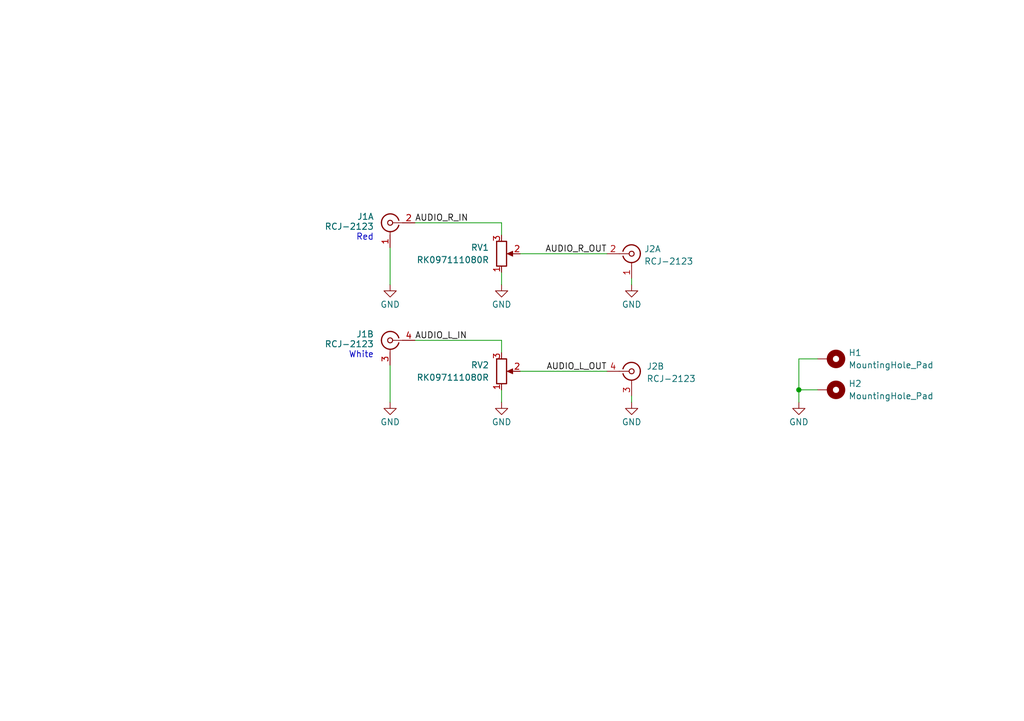
<source format=kicad_sch>
(kicad_sch (version 20231120) (generator "eeschema") (generator_version "8.0")
  (paper "A5")
  (lib_symbols
    (symbol "Device:R_Potentiometer" (pin_names (offset 1.016) hide)
      (property "Reference" "RV" (at -4.445 0 90))
      (property "Value" "R_Potentiometer" (at -2.54 0 90))
      (symbol "R_Potentiometer_0_1"
        (polyline (pts (xy 2.54 0) (xy 1.524 0)))
        (polyline (pts (xy 1.143 0) (xy 2.286 0.508) (xy 2.286 -0.508) (xy 1.143 0)) (fill (type outline)))
        (rectangle (start 1.016 2.54) (end -1.016 -2.54) (stroke (width 0.254)))
      )
      (symbol "R_Potentiometer_1_1"
        (pin passive line (at 0 3.81 270) (length 1.27) (name "1") (number "1"))
        (pin passive line (at 3.81 0 180) (length 1.27) (name "2") (number "2"))
        (pin passive line (at 0 -3.81 90) (length 1.27) (name "3") (number "3"))
      )
    )
    (symbol "Mechanical:MountingHole_Pad" (pin_numbers hide) (pin_names (offset 1.016) hide) (exclude_from_sim yes) (in_bom no)
      (property "Reference" "H" (at 0 6.35 0))
      (property "Value" "MountingHole_Pad" (at 0 4.445 0))
      (symbol "MountingHole_Pad_0_1"
        (circle (center 0 1.27) (radius 1.27) (stroke (width 1.27)))
      )
      (symbol "MountingHole_Pad_1_1"
        (pin input line (at 0 -2.54 90) (length 2.54) (name "1") (number "1"))
      )
    )
    (symbol "Pre-Amp:Conn_Coaxial_x2_Isolated_RCA" (pin_names (offset 1.016) hide)
      (property "Reference" "J1" (at 3.302 1.27 0))
      (property "Value" "RCJ-2123" (at 3.302 -0.762 0))
      (symbol "Conn_Coaxial_x2_Isolated_RCA_0_1"
        (arc (start -1.778 -0.508) (mid 0.2311 -1.8066) (end 1.778 0) (stroke (width 0.254)))
        (polyline (pts (xy -2.54 0) (xy -0.508 0)))
        (polyline (pts (xy 0 -2.54) (xy 0 -1.778)))
        (circle (center 0 0) (radius 0.508) (stroke (width 0.2032)))
        (arc (start 1.778 0) (mid 0.2099 1.8101) (end -1.778 0.508) (stroke (width 0.254)))
      )
      (symbol "Conn_Coaxial_x2_Isolated_RCA_1_1"
        (pin passive line (at 0 -5.08 90) (length 2.54) (name "Ext1") (number "1"))
        (pin passive line (at -5.08 0 0) (length 2.54) (name "In1") (number "2"))
      )
      (symbol "Conn_Coaxial_x2_Isolated_RCA_2_1"
        (pin passive line (at 0 -5.08 90) (length 2.54) (name "Ext2") (number "3"))
        (pin passive line (at -5.08 0 0) (length 2.54) (name "In2") (number "4"))
      )
    )
    (symbol "power:GND" (power) (pin_numbers hide) (pin_names (offset 0) hide)
      (property "Value" "GND" (at 0 -3.81 0))
      (symbol "GND_0_1"
        (polyline (pts (xy 0 0) (xy 0 -1.27) (xy 1.27 -1.27) (xy 0 -2.54) (xy -1.27 -1.27) (xy 0 -1.27)))
      )
      (symbol "GND_1_1"
        (pin power_in line (at 0 0 270) (length 0) (name "~") (number "1"))
      )
    )
  )
  (junction (at 163.83 80.01))
  (wire (pts (xy 102.87 55.88) (xy 102.87 58.42)))
  (wire (pts (xy 129.54 82.55) (xy 129.54 81.28)))
  (wire (pts (xy 163.83 80.01) (xy 163.83 82.55)))
  (wire (pts (xy 80.01 74.93) (xy 80.01 82.55)))
  (wire (pts (xy 167.64 80.01) (xy 163.83 80.01)))
  (wire (pts (xy 102.87 69.85) (xy 85.09 69.85)))
  (wire (pts (xy 102.87 69.85) (xy 102.87 72.39)))
  (wire (pts (xy 106.68 52.07) (xy 124.46 52.07)))
  (wire (pts (xy 106.68 76.2) (xy 124.46 76.2)))
  (wire (pts (xy 167.64 73.66) (xy 163.83 73.66)))
  (wire (pts (xy 163.83 73.66) (xy 163.83 80.01)))
  (wire (pts (xy 102.87 45.72) (xy 102.87 48.26)))
  (wire (pts (xy 80.01 50.8) (xy 80.01 58.42)))
  (wire (pts (xy 102.87 45.72) (xy 85.09 45.72)))
  (wire (pts (xy 129.54 57.15) (xy 129.54 58.42)))
  (wire (pts (xy 102.87 80.01) (xy 102.87 82.55)))
  (text "Red" (at 76.708 48.768 0) (effects (font (size 1.27 1.27)) (justify right)))
  (text "White" (at 76.708 72.898 0) (effects (font (size 1.27 1.27)) (justify right)))
  (label "AUDIO_R_IN" (at 85.09 45.72 0))
  (label "AUDIO_L_IN" (at 85.09 69.85 0))
  (label "AUDIO_R_OUT" (at 124.46 52.07 180))
  (label "AUDIO_L_OUT" (at 124.46 76.2 180))
  (symbol (lib_id "power:GND") (at 80.01 82.55 0) (unit 1)
    (property "Reference" "#PWR02" (effects (hide yes)))
    (property "Value" "GND" (at 80.01 86.614 0))
    (property "Description" "Power symbol creates a global label with name \"GND\" , ground" (effects (hide yes)))
  )
  (symbol (lib_id "Device:R_Potentiometer") (at 102.87 52.07 0) (mirror x) (unit 1)
    (property "Reference" "RV1" (at 100.33 50.7999 0) (effects (justify right)))
    (property "Value" "RK097111080R" (at 100.33 53.3399 0) (effects (justify right)))
    (property "Footprint" "Potentiometer_THT:Potentiometer_Alps_RK097_Single_Horizontal" (effects (hide yes)))
    (property "Description" "Potentiometer" (effects (hide yes)))
  )
  (symbol (lib_id "power:GND") (at 129.54 58.42 0) (unit 1)
    (property "Reference" "#PWR05" (effects (hide yes)))
    (property "Value" "GND" (at 129.54 62.484 0))
    (property "Description" "Power symbol creates a global label with name \"GND\" , ground" (effects (hide yes)))
  )
  (symbol (lib_id "Pre-Amp:Conn_Coaxial_x2_Isolated_RCA") (at 129.54 76.2 0) (unit 2)
    (property "Reference" "J2" (at 132.588 75.184 0) (effects (justify left)))
    (property "Value" "RCJ-2123" (at 132.588 77.724 0) (effects (justify left)))
    (property "Footprint" "Pre-Amp:RCJ-2121" (effects (hide yes)))
    (property "Description" "coaxial connector (BNC, SMA, SMB, SMC, Cinch/RCA, LEMO, ...)" (effects (hide yes)))
  )
  (symbol (lib_id "power:GND") (at 129.54 82.55 0) (unit 1)
    (property "Reference" "#PWR06" (effects (hide yes)))
    (property "Value" "GND" (at 129.54 86.614 0))
    (property "Description" "Power symbol creates a global label with name \"GND\" , ground" (effects (hide yes)))
  )
  (symbol (lib_id "Pre-Amp:Conn_Coaxial_x2_Isolated_RCA") (at 80.01 69.85 0) (mirror y) (unit 2)
    (property "Reference" "J1" (at 76.708 68.58 0) (effects (justify left)))
    (property "Value" "RCJ-2123" (at 76.708 70.612 0) (effects (justify left)))
    (property "Footprint" "Pre-Amp:RCJ-2121" (effects (hide yes)))
    (property "Description" "coaxial connector (BNC, SMA, SMB, SMC, Cinch/RCA, LEMO, ...)" (effects (hide yes)))
  )
  (symbol (lib_id "power:GND") (at 163.83 82.55 0) (unit 1)
    (property "Reference" "#PWR07" (effects (hide yes)))
    (property "Value" "GND" (at 163.83 86.614 0))
    (property "Description" "Power symbol creates a global label with name \"GND\" , ground" (effects (hide yes)))
  )
  (symbol (lib_id "Mechanical:MountingHole_Pad") (at 170.18 73.66 270) (unit 1) (exclude_from_sim yes) (in_bom no)
    (property "Reference" "H1" (at 173.99 72.3899 90) (effects (justify left)))
    (property "Value" "MountingHole_Pad" (at 173.99 74.9299 90) (effects (justify left)))
    (property "Footprint" "MountingHole:MountingHole_3.2mm_M3_DIN965_Pad" (effects (hide yes)))
    (property "Description" "Mounting Hole with connection" (effects (hide yes)))
  )
  (symbol (lib_id "Pre-Amp:Conn_Coaxial_x2_Isolated_RCA") (at 129.54 52.07 0) (unit 1)
    (property "Reference" "J2" (at 132.08 51.0931 0) (effects (justify left)))
    (property "Value" "RCJ-2123" (at 132.08 53.6331 0) (effects (justify left)))
    (property "Footprint" "Pre-Amp:RCJ-2121" (effects (hide yes)))
    (property "Description" "coaxial connector (BNC, SMA, SMB, SMC, Cinch/RCA, LEMO, ...)" (effects (hide yes)))
  )
  (symbol (lib_id "Pre-Amp:Conn_Coaxial_x2_Isolated_RCA") (at 80.01 45.72 0) (mirror y) (unit 1)
    (property "Reference" "J1" (at 76.708 44.45 0) (effects (justify left)))
    (property "Value" "RCJ-2123" (at 76.708 46.482 0) (effects (justify left)))
    (property "Footprint" "Pre-Amp:RCJ-2121" (effects (hide yes)))
    (property "Description" "coaxial connector (BNC, SMA, SMB, SMC, Cinch/RCA, LEMO, ...)" (effects (hide yes)))
  )
  (symbol (lib_id "power:GND") (at 102.87 82.55 0) (unit 1)
    (property "Reference" "#PWR04" (effects (hide yes)))
    (property "Value" "GND" (at 102.87 86.614 0))
    (property "Description" "Power symbol creates a global label with name \"GND\" , ground" (effects (hide yes)))
  )
  (symbol (lib_id "power:GND") (at 80.01 58.42 0) (unit 1)
    (property "Reference" "#PWR01" (effects (hide yes)))
    (property "Value" "GND" (at 80.01 62.484 0))
    (property "Description" "Power symbol creates a global label with name \"GND\" , ground" (effects (hide yes)))
  )
  (symbol (lib_id "power:GND") (at 102.87 58.42 0) (unit 1)
    (property "Reference" "#PWR03" (effects (hide yes)))
    (property "Value" "GND" (at 102.87 62.484 0))
    (property "Description" "Power symbol creates a global label with name \"GND\" , ground" (effects (hide yes)))
  )
  (symbol (lib_id "Mechanical:MountingHole_Pad") (at 170.18 80.01 270) (unit 1) (exclude_from_sim yes) (in_bom no)
    (property "Reference" "H2" (at 173.99 78.7399 90) (effects (justify left)))
    (property "Value" "MountingHole_Pad" (at 173.99 81.2799 90) (effects (justify left)))
    (property "Footprint" "MountingHole:MountingHole_3.2mm_M3_DIN965_Pad" (effects (hide yes)))
    (property "Description" "Mounting Hole with connection" (effects (hide yes)))
  )
  (symbol (lib_id "Device:R_Potentiometer") (at 102.87 76.2 0) (mirror x) (unit 1)
    (property "Reference" "RV2" (at 100.33 74.9299 0) (effects (justify right)))
    (property "Value" "RK097111080R" (at 100.33 77.4699 0) (effects (justify right)))
    (property "Footprint" "Potentiometer_THT:Potentiometer_Alps_RK097_Single_Horizontal" (effects (hide yes)))
    (property "Description" "Potentiometer" (effects (hide yes)))
  )
)
</source>
